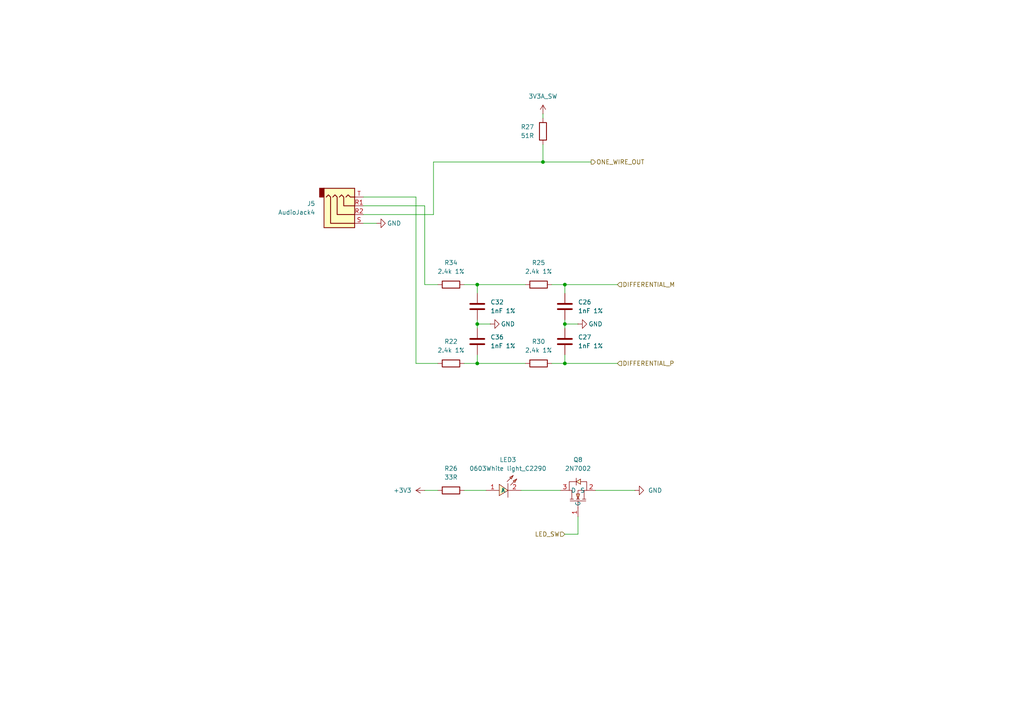
<source format=kicad_sch>
(kicad_sch (version 20231120) (generator "eeschema") (generator_version "8.0")
  (paper "A4")
  (lib_symbols
    (symbol "Connector_Audio:AudioJack4"
      (property "Reference" "J" (at 0 8.89 0))
      (property "Value" "AudioJack4" (at 0 6.35 0))
      (symbol "AudioJack4_0_1"
        (rectangle (start -6.35 -5.08) (end -7.62 -7.62) (stroke (width 0.254)) (fill (type outline)))
        (polyline (pts (xy 0 -5.08) (xy 0.635 -5.715) (xy 1.27 -5.08) (xy 2.54 -5.08)) (stroke (width 0.254)))
        (polyline (pts (xy -5.715 -5.08) (xy -5.08 -5.715) (xy -4.445 -5.08) (xy -4.445 2.54) (xy 2.54 2.54)) (stroke (width 0.254)))
        (polyline (pts (xy -1.905 -5.08) (xy -1.27 -5.715) (xy -0.635 -5.08) (xy -0.635 -2.54) (xy 2.54 -2.54)) (stroke (width 0.254)))
        (polyline (pts (xy 2.54 0) (xy -2.54 0) (xy -2.54 -5.08) (xy -3.175 -5.715) (xy -3.81 -5.08)) (stroke (width 0.254)))
        (rectangle (start 2.54 3.81) (end -6.35 -7.62) (stroke (width 0.254)) (fill (type background)))
      )
      (symbol "AudioJack4_1_1"
        (pin passive line (at 5.08 -2.54 180) (length 2.54) (name "~") (number "R1"))
        (pin passive line (at 5.08 0 180) (length 2.54) (name "~") (number "R2"))
        (pin passive line (at 5.08 2.54 180) (length 2.54) (name "~") (number "S"))
        (pin passive line (at 5.08 -5.08 180) (length 2.54) (name "~") (number "T"))
      )
    )
    (symbol "Device:C" (pin_numbers hide) (pin_names (offset 0.254))
      (property "Reference" "C" (at 0.635 2.54 0))
      (property "Value" "C" (at 0.635 -2.54 0))
      (symbol "C_0_1"
        (polyline (pts (xy -2.032 -0.762) (xy 2.032 -0.762)) (stroke (width 0.508)))
        (polyline (pts (xy -2.032 0.762) (xy 2.032 0.762)) (stroke (width 0.508)))
      )
      (symbol "C_1_1"
        (pin passive line (at 0 3.81 270) (length 2.794) (name "~") (number "1"))
        (pin passive line (at 0 -3.81 90) (length 2.794) (name "~") (number "2"))
      )
    )
    (symbol "Device:R" (pin_numbers hide) (pin_names (offset 0))
      (property "Reference" "R" (at 2.032 0 90))
      (property "Value" "R" (at 0 0 90))
      (symbol "R_0_1"
        (rectangle (start -1.016 -2.54) (end 1.016 2.54) (stroke (width 0.254)))
      )
      (symbol "R_1_1"
        (pin passive line (at 0 3.81 270) (length 1.27) (name "~") (number "1"))
        (pin passive line (at 0 -3.81 90) (length 1.27) (name "~") (number "2"))
      )
    )
    (symbol "Rocketry_Easyeda:0603Whitelight_C2290"
      (property "Reference" "LED" (at 0 3.81 0))
      (property "Value" "0603White light_C2290" (at 0 -6.35 0))
      (symbol "0603Whitelight_C2290_0_1"
        (polyline (pts (xy 1.02 1.27) (xy 2.79 3.05)))
        (polyline (pts (xy 1.27 0.76) (xy 1.27 -3.3)))
        (polyline (pts (xy 2.03 0.25) (xy 3.81 2.03)))
        (polyline (pts (xy -1.27 -2.79) (xy 1.27 -1.27) (xy -1.27 0.51) (xy -1.27 -2.79)) (fill (type background)))
        (polyline (pts (xy 2.79 3.05) (xy 1.78 2.54) (xy 2.29 2.03) (xy 2.79 3.05)) (fill (type background)))
        (polyline (pts (xy 3.81 2.03) (xy 2.79 1.52) (xy 3.3 1.02) (xy 3.81 2.03)) (fill (type background)))
        (pin unspecified line (at -5.08 -1.27 0) (length 3.81) (name "A") (number "1"))
        (pin unspecified line (at 5.08 -1.27 180) (length 3.81) (name "K") (number "2"))
      )
    )
    (symbol "Rocketry_Easyeda:2N7002"
      (property "Reference" "Q" (at 0 10.16 0))
      (property "Value" "2N7002" (at 0 -10.16 0))
      (symbol "2N7002_0_1"
        (polyline (pts (xy -2.54 0) (xy -0.51 0)))
        (polyline (pts (xy -0.51 2.29) (xy -0.51 -2.29)))
        (polyline (pts (xy 0 -2.29) (xy 0 -1.27)))
        (polyline (pts (xy 0 -0.51) (xy 0 0.51)))
        (polyline (pts (xy 0 2.29) (xy 0 1.27)))
        (polyline (pts (xy 2.54 -1.78) (xy 0 -1.78)))
        (polyline (pts (xy 0 0) (xy 1.52 -0.51) (xy 1.52 0.51) (xy 0 0)) (fill (type background)))
        (polyline (pts (xy 5.08 0.51) (xy 4.32 -0.76) (xy 5.84 -0.76) (xy 5.08 0.51)) (fill (type background)))
        (polyline (pts (xy 6.1 0.51) (xy 5.59 0.51) (xy 4.57 0.51) (xy 4.06 0.51)))
        (polyline (pts (xy 0 0) (xy 2.54 0) (xy 2.54 -2.54) (xy 5.08 -2.54) (xy 5.08 -0.76)))
        (polyline (pts (xy 0 1.78) (xy 2.54 1.78) (xy 2.54 2.54) (xy 5.08 2.54) (xy 5.08 0.51)))
        (pin unspecified line (at -5.08 0 0) (length 2.54) (name "G") (number "1"))
        (pin unspecified line (at 2.54 -5.08 90) (length 2.54) (name "S") (number "2"))
        (pin unspecified line (at 2.54 5.08 270) (length 2.54) (name "D") (number "3"))
      )
    )
    (symbol "power:+3.3V" (power) (pin_numbers hide) (pin_names (offset 0) hide)
      (property "Value" "+3.3V" (at 0 3.556 0))
      (symbol "+3.3V_0_1"
        (polyline (pts (xy -0.762 1.27) (xy 0 2.54)))
        (polyline (pts (xy 0 0) (xy 0 2.54)))
        (polyline (pts (xy 0 2.54) (xy 0.762 1.27)))
      )
      (symbol "+3.3V_1_1"
        (pin power_in line (at 0 0 90) (length 0) (name "~") (number "1"))
      )
    )
    (symbol "power:+3.3VA" (power) (pin_numbers hide) (pin_names (offset 0) hide)
      (property "Value" "+3.3VA" (at 0 3.556 0))
      (symbol "+3.3VA_0_1"
        (polyline (pts (xy -0.762 1.27) (xy 0 2.54)))
        (polyline (pts (xy 0 0) (xy 0 2.54)))
        (polyline (pts (xy 0 2.54) (xy 0.762 1.27)))
      )
      (symbol "+3.3VA_1_1"
        (pin power_in line (at 0 0 90) (length 0) (name "~") (number "1"))
      )
    )
    (symbol "power:GND" (power) (pin_numbers hide) (pin_names (offset 0) hide)
      (property "Value" "GND" (at 0 -3.81 0))
      (symbol "GND_0_1"
        (polyline (pts (xy 0 0) (xy 0 -1.27) (xy 1.27 -1.27) (xy 0 -2.54) (xy -1.27 -1.27) (xy 0 -1.27)))
      )
      (symbol "GND_1_1"
        (pin power_in line (at 0 0 270) (length 0) (name "~") (number "1"))
      )
    )
  )
  (junction (at 163.83 105.41))
  (junction (at 138.43 82.55))
  (junction (at 138.43 93.98))
  (junction (at 163.83 93.98))
  (junction (at 138.43 105.41))
  (junction (at 157.48 46.99))
  (junction (at 163.83 82.55))
  (wire (pts (xy 172.72 142.24) (xy 184.15 142.24)))
  (wire (pts (xy 163.83 92.71) (xy 163.83 93.98)))
  (wire (pts (xy 127 82.55) (xy 123.19 82.55)))
  (wire (pts (xy 167.64 93.98) (xy 163.83 93.98)))
  (wire (pts (xy 138.43 92.71) (xy 138.43 93.98)))
  (wire (pts (xy 138.43 93.98) (xy 138.43 95.25)))
  (wire (pts (xy 171.45 46.99) (xy 157.48 46.99)))
  (wire (pts (xy 157.48 46.99) (xy 125.73 46.99)))
  (wire (pts (xy 134.62 105.41) (xy 138.43 105.41)))
  (wire (pts (xy 157.48 41.91) (xy 157.48 46.99)))
  (wire (pts (xy 142.24 93.98) (xy 138.43 93.98)))
  (wire (pts (xy 160.02 82.55) (xy 163.83 82.55)))
  (wire (pts (xy 123.19 142.24) (xy 127 142.24)))
  (wire (pts (xy 134.62 142.24) (xy 140.97 142.24)))
  (wire (pts (xy 160.02 105.41) (xy 163.83 105.41)))
  (wire (pts (xy 138.43 102.87) (xy 138.43 105.41)))
  (wire (pts (xy 120.65 57.15) (xy 105.41 57.15)))
  (wire (pts (xy 157.48 33.02) (xy 157.48 34.29)))
  (wire (pts (xy 163.83 105.41) (xy 179.07 105.41)))
  (wire (pts (xy 125.73 62.23) (xy 105.41 62.23)))
  (wire (pts (xy 123.19 59.69) (xy 123.19 82.55)))
  (wire (pts (xy 138.43 82.55) (xy 138.43 85.09)))
  (wire (pts (xy 163.83 102.87) (xy 163.83 105.41)))
  (wire (pts (xy 167.64 154.94) (xy 167.64 149.86)))
  (wire (pts (xy 134.62 82.55) (xy 138.43 82.55)))
  (wire (pts (xy 163.83 82.55) (xy 163.83 85.09)))
  (wire (pts (xy 163.83 93.98) (xy 163.83 95.25)))
  (wire (pts (xy 138.43 82.55) (xy 152.4 82.55)))
  (wire (pts (xy 109.22 64.77) (xy 105.41 64.77)))
  (wire (pts (xy 120.65 57.15) (xy 120.65 105.41)))
  (wire (pts (xy 138.43 105.41) (xy 152.4 105.41)))
  (wire (pts (xy 163.83 154.94) (xy 167.64 154.94)))
  (wire (pts (xy 127 105.41) (xy 120.65 105.41)))
  (wire (pts (xy 163.83 82.55) (xy 179.07 82.55)))
  (wire (pts (xy 125.73 46.99) (xy 125.73 62.23)))
  (wire (pts (xy 123.19 59.69) (xy 105.41 59.69)))
  (wire (pts (xy 151.13 142.24) (xy 162.56 142.24)))
  (hierarchical_label "ONE_WIRE_OUT" (shape output) (at 171.45 46.99 0))
  (hierarchical_label "DIFFERENTIAL_P" (shape input) (at 179.07 105.41 0))
  (hierarchical_label "DIFFERENTIAL_M" (shape input) (at 179.07 82.55 0))
  (hierarchical_label "LED_SW" (shape input) (at 163.83 154.94 180))
  (symbol (lib_id "power:GND") (at 167.64 93.98 90) (unit 1)
    (property "Reference" "#PWR082" (effects (hide yes)))
    (property "Value" "GND" (at 172.72 93.98 90))
    (property "Description" "Power symbol creates a global label with name \"GND\" , ground" (effects (hide yes)))
    (instances (project "OZYS_V3_Final" (path "" (reference "#PWR082") (unit 1)) (path "" (reference "#PWR081") (unit 1)) (path "" (reference "#PWR080") (unit 1)) (path "" (reference "#PWR083") (unit 1))))
  )
  (symbol (lib_id "Device:R") (at 130.81 105.41 270) (unit 1)
    (property "Reference" "R22" (at 130.81 99.06 90))
    (property "Value" "2.4k 1%" (at 130.81 101.6 90))
    (property "Footprint" "Capacitor_SMD:C_0603_1608Metric_Pad1.08x0.95mm_HandSolder" (effects (hide yes)))
    (property "Description" "Resistor" (effects (hide yes)))
    (instances (project "OZYS_V3_Final" (path "" (reference "R22") (unit 1)) (path "" (reference "R20") (unit 1)) (path "" (reference "R19") (unit 1)) (path "" (reference "R23") (unit 1))))
  )
  (symbol (lib_id "Device:C") (at 138.43 99.06 0) (mirror y) (unit 1)
    (property "Reference" "C36" (at 142.24 97.7899 0) (effects (justify right)))
    (property "Value" "1nF 1%" (at 142.24 100.3299 0) (effects (justify right)))
    (property "Footprint" "Capacitor_SMD:C_0603_1608Metric_Pad1.08x0.95mm_HandSolder" (effects (hide yes)))
    (property "Description" "Unpolarized capacitor" (effects (hide yes)))
    (instances (project "OZYS_V3_Final" (path "" (reference "C36") (unit 1)) (path "" (reference "C35") (unit 1)) (path "" (reference "C34") (unit 1)) (path "" (reference "C37") (unit 1))))
  )
  (symbol (lib_id "Rocketry_Easyeda:2N7002") (at 167.64 144.78 90) (unit 1)
    (property "Reference" "Q8" (at 167.64 133.35 90))
    (property "Value" "2N7002" (at 167.64 135.89 90))
    (property "Footprint" "Rocketry_Easyeda:SOT-23-3_L2.9-W1.3-P1.90-LS2.4-BR" (effects (hide yes)))
    (property "Datasheet" "https://lcsc.com/product-detail/MOSFET_2N7002-7002_C8545.html" (effects (hide yes)))
    (property "LCSC Part" "C8545" (effects (hide yes)))
    (instances (project "OZYS_V3_Final" (path "" (reference "Q8") (unit 1)) (path "" (reference "Q4") (unit 1)) (path "" (reference "Q6") (unit 1)) (path "" (reference "Q10") (unit 1))))
  )
  (symbol (lib_id "power:GND") (at 142.24 93.98 90) (unit 1)
    (property "Reference" "#PWR063" (effects (hide yes)))
    (property "Value" "GND" (at 147.32 93.98 90))
    (property "Description" "Power symbol creates a global label with name \"GND\" , ground" (effects (hide yes)))
    (instances (project "OZYS_V3_Final" (path "" (reference "#PWR063") (unit 1)) (path "" (reference "#PWR059") (unit 1)) (path "" (reference "#PWR058") (unit 1)) (path "" (reference "#PWR065") (unit 1))))
  )
  (symbol (lib_id "power:GND") (at 184.15 142.24 90) (unit 1)
    (property "Reference" "#PWR067" (effects (hide yes)))
    (property "Value" "GND" (at 187.96 142.2399 90) (effects (justify right)))
    (property "Description" "Power symbol creates a global label with name \"GND\" , ground" (effects (hide yes)))
    (instances (project "OZYS_V3_Final" (path "" (reference "#PWR067") (unit 1)) (path "" (reference "#PWR060") (unit 1)) (path "" (reference "#PWR055") (unit 1)) (path "" (reference "#PWR074") (unit 1))))
  )
  (symbol (lib_id "Device:C") (at 163.83 88.9 0) (mirror y) (unit 1)
    (property "Reference" "C26" (at 167.64 87.6299 0) (effects (justify right)))
    (property "Value" "1nF 1%" (at 167.64 90.1699 0) (effects (justify right)))
    (property "Footprint" "Capacitor_SMD:C_0603_1608Metric_Pad1.08x0.95mm_HandSolder" (effects (hide yes)))
    (property "Description" "Unpolarized capacitor" (effects (hide yes)))
    (instances (project "OZYS_V3_Final" (path "" (reference "C26") (unit 1)) (path "" (reference "C22") (unit 1)) (path "" (reference "C2") (unit 1)) (path "" (reference "C28") (unit 1))))
  )
  (symbol (lib_id "power:GND") (at 109.22 64.77 90) (unit 1)
    (property "Reference" "#PWR068" (effects (hide yes)))
    (property "Value" "GND" (at 114.3 64.77 90))
    (property "Description" "Power symbol creates a global label with name \"GND\" , ground" (effects (hide yes)))
    (instances (project "OZYS_V3_Final" (path "" (reference "#PWR068") (unit 1)) (path "" (reference "#PWR061") (unit 1)) (path "" (reference "#PWR056") (unit 1)) (path "" (reference "#PWR075") (unit 1))))
  )
  (symbol (lib_id "Connector_Audio:AudioJack4") (at 100.33 62.23 0) (mirror x) (unit 1)
    (property "Reference" "J5" (at 91.44 59.0549 0) (effects (justify right)))
    (property "Value" "AudioJack4" (at 91.44 61.5949 0) (effects (justify right)))
    (property "Footprint" "Rocketry_Manual:AUDIO-TH_PJ-320A-4P-DIP" (effects (hide yes)))
    (property "Description" "Audio Jack, 4 Poles (TRRS)" (effects (hide yes)))
    (instances (project "" (path "" (reference "J5") (unit 1)) (path "" (reference "J4") (unit 1)) (path "" (reference "J3") (unit 1)) (path "" (reference "J6") (unit 1))))
  )
  (symbol (lib_id "Device:R") (at 156.21 82.55 270) (unit 1)
    (property "Reference" "R25" (at 156.21 76.2 90))
    (property "Value" "2.4k 1%" (at 156.21 78.74 90))
    (property "Footprint" "Capacitor_SMD:C_0603_1608Metric_Pad1.08x0.95mm_HandSolder" (effects (hide yes)))
    (property "Description" "Resistor" (effects (hide yes)))
    (instances (project "OZYS_V3_Final" (path "" (reference "R25") (unit 1)) (path "" (reference "R21") (unit 1)) (path "" (reference "R13") (unit 1)) (path "" (reference "R31") (unit 1))))
  )
  (symbol (lib_id "Device:R") (at 156.21 105.41 270) (unit 1)
    (property "Reference" "R30" (at 156.21 99.06 90))
    (property "Value" "2.4k 1%" (at 156.21 101.6 90))
    (property "Footprint" "Capacitor_SMD:C_0603_1608Metric_Pad1.08x0.95mm_HandSolder" (effects (hide yes)))
    (property "Description" "Resistor" (effects (hide yes)))
    (instances (project "OZYS_V3_Final" (path "" (reference "R30") (unit 1)) (path "" (reference "R24") (unit 1)) (path "" (reference "R14") (unit 1)) (path "" (reference "R36") (unit 1))))
  )
  (symbol (lib_id "Device:C") (at 138.43 88.9 0) (mirror y) (unit 1)
    (property "Reference" "C32" (at 142.24 87.6299 0) (effects (justify right)))
    (property "Value" "1nF 1%" (at 142.24 90.1699 0) (effects (justify right)))
    (property "Footprint" "Capacitor_SMD:C_0603_1608Metric_Pad1.08x0.95mm_HandSolder" (effects (hide yes)))
    (property "Description" "Unpolarized capacitor" (effects (hide yes)))
    (instances (project "OZYS_V3_Final" (path "" (reference "C32") (unit 1)) (path "" (reference "C31") (unit 1)) (path "" (reference "C30") (unit 1)) (path "" (reference "C33") (unit 1))))
  )
  (symbol (lib_id "Rocketry_Easyeda:0603Whitelight_C2290") (at 146.05 140.97 0) (unit 1)
    (property "Reference" "LED3" (at 147.32 133.35 0))
    (property "Value" "0603White light_C2290" (at 147.32 135.89 0))
    (property "Footprint" "Rocketry_Easyeda:LED0603-R-RD_WHITE" (effects (hide yes)))
    (property "Datasheet" "https://lcsc.com/product-detail/Light-Emitting-Diodes-LED_0603White-light_C2290.html" (effects (hide yes)))
    (property "LCSC Part" "C2290" (effects (hide yes)))
    (instances (project "OZYS_V3_Final" (path "" (reference "LED3") (unit 1)) (path "" (reference "LED1") (unit 1)) (path "" (reference "LED2") (unit 1)) (path "" (reference "LED4") (unit 1))))
  )
  (symbol (lib_id "Device:R") (at 157.48 38.1 0) (unit 1)
    (property "Reference" "R27" (at 154.94 36.8299 0) (effects (justify right)))
    (property "Value" "51R" (at 154.94 39.3699 0) (effects (justify right)))
    (property "Footprint" "Resistor_SMD:R_0402_1005Metric" (effects (hide yes)))
    (property "Description" "Resistor" (effects (hide yes)))
    (instances (project "OZYS_V3_Final" (path "" (reference "R27") (unit 1)) (path "" (reference "R18") (unit 1)) (path "" (reference "R16") (unit 1)) (path "" (reference "R33") (unit 1))))
  )
  (symbol (lib_id "power:+3.3VA") (at 157.48 33.02 0) (mirror y) (unit 1)
    (property "Reference" "#PWR064" (effects (hide yes)))
    (property "Value" "3V3A_SW" (at 157.48 27.94 0))
    (property "Description" "Power symbol creates a global label with name \"+3.3VA\"" (effects (hide yes)))
    (instances (project "OZYS_V3_Final" (path "" (reference "#PWR064") (unit 1)) (path "" (reference "#PWR057") (unit 1)) (path "" (reference "#PWR048") (unit 1)) (path "" (reference "#PWR071") (unit 1))))
  )
  (symbol (lib_id "Device:R") (at 130.81 142.24 90) (unit 1)
    (property "Reference" "R26" (at 130.81 135.89 90))
    (property "Value" "33R" (at 130.81 138.43 90))
    (property "Footprint" "Resistor_SMD:R_0402_1005Metric" (effects (hide yes)))
    (property "Description" "Resistor" (effects (hide yes)))
    (instances (project "OZYS_V3_Final" (path "" (reference "R26") (unit 1)) (path "" (reference "R17") (unit 1)) (path "" (reference "R15") (unit 1)) (path "" (reference "R32") (unit 1))))
  )
  (symbol (lib_id "Device:R") (at 130.81 82.55 270) (unit 1)
    (property "Reference" "R34" (at 130.81 76.2 90))
    (property "Value" "2.4k 1%" (at 130.81 78.74 90))
    (property "Footprint" "Capacitor_SMD:C_0603_1608Metric_Pad1.08x0.95mm_HandSolder" (effects (hide yes)))
    (property "Description" "Resistor" (effects (hide yes)))
    (instances (project "OZYS_V3_Final" (path "" (reference "R34") (unit 1)) (path "" (reference "R29") (unit 1)) (path "" (reference "R28") (unit 1)) (path "" (reference "R35") (unit 1))))
  )
  (symbol (lib_id "Device:C") (at 163.83 99.06 0) (mirror y) (unit 1)
    (property "Reference" "C27" (at 167.64 97.7899 0) (effects (justify right)))
    (property "Value" "1nF 1%" (at 167.64 100.3299 0) (effects (justify right)))
    (property "Footprint" "Capacitor_SMD:C_0603_1608Metric_Pad1.08x0.95mm_HandSolder" (effects (hide yes)))
    (property "Description" "Unpolarized capacitor" (effects (hide yes)))
    (instances (project "OZYS_V3_Final" (path "" (reference "C27") (unit 1)) (path "" (reference "C24") (unit 1)) (path "" (reference "C7") (unit 1)) (path "" (reference "C29") (unit 1))))
  )
  (symbol (lib_id "power:+3.3V") (at 123.19 142.24 90) (unit 1)
    (property "Reference" "#PWR054" (effects (hide yes)))
    (property "Value" "+3V3" (at 119.38 142.2399 90) (effects (justify left)))
    (property "Description" "Power symbol creates a global label with name \"+3.3V\"" (effects (hide yes)))
    (instances (project "OZYS_V3_Final" (path "" (reference "#PWR054") (unit 1)) (path "" (reference "#PWR051") (unit 1)) (path "" (reference "#PWR049") (unit 1)) (path "" (reference "#PWR070") (unit 1))))
  )
)
</source>
